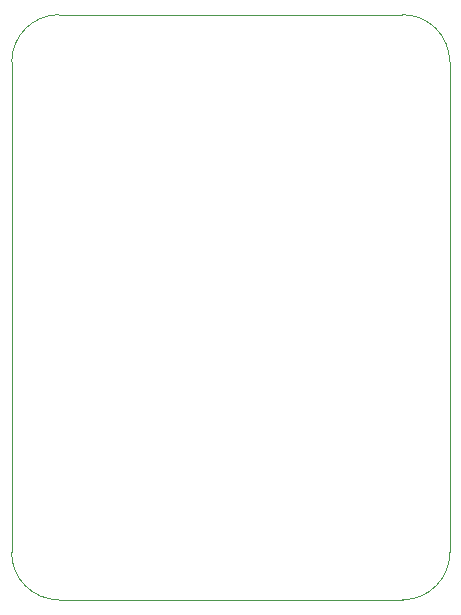
<source format=gko>
G04*
G04 #@! TF.GenerationSoftware,Altium Limited,Altium Designer,20.2.6 (244)*
G04*
G04 Layer_Color=16711935*
%FSLAX25Y25*%
%MOIN*%
G70*
G04*
G04 #@! TF.SameCoordinates,311AA1CE-0284-405A-9FC1-4CD4DC225AB5*
G04*
G04*
G04 #@! TF.FilePolarity,Positive*
G04*
G01*
G75*
%ADD84C,0.00394*%
D84*
X72500Y-40205D02*
G03*
X56752Y-24457I-15748J0D01*
G01*
X56795Y-219500D02*
G03*
X72543Y-203752I0J15748D01*
G01*
X-73543D02*
G03*
X-57795Y-219500I15748J0D01*
G01*
X-57752Y-24457D02*
G03*
X-73500Y-40205I0J-15748D01*
G01*
X-73500Y-203752D02*
X-73500Y-40205D01*
X-57795Y-219500D02*
X56795Y-219500D01*
X72500Y-203752D02*
X72500Y-40205D01*
X-57752Y-24500D02*
X56752D01*
M02*

</source>
